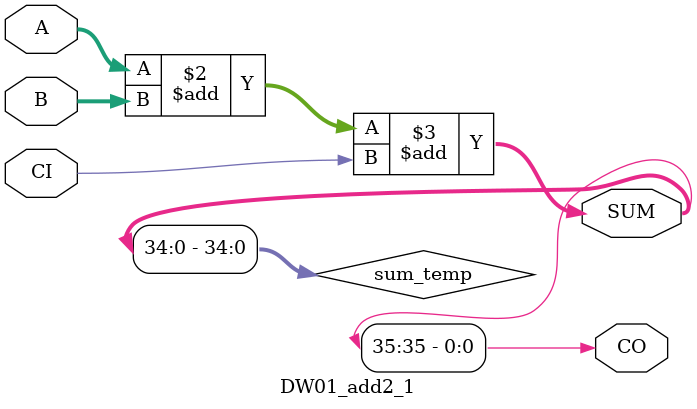
<source format=v>
module DW01_add2_1 (A,B,CI,SUM,CO);
  parameter width=8'b00100100;
  output [width-1 : 0] SUM;
  output CO;
  input [width-1 : 0] A;
  input [width-1 : 0] B;
  input CI;
  wire [width-1 : 0] SUM;
  reg [width-2 : 0] sum_temp;
  reg CO;
  assign SUM = {CO, sum_temp};
always @(A or B or CI)
  begin
    {CO, sum_temp} = A+B+CI;
  end
endmodule
</source>
